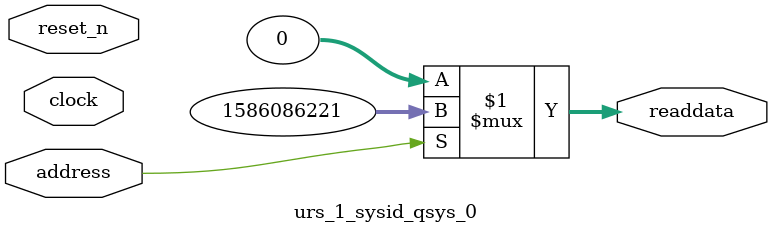
<source format=v>



// synthesis translate_off
`timescale 1ns / 1ps
// synthesis translate_on

// turn off superfluous verilog processor warnings 
// altera message_level Level1 
// altera message_off 10034 10035 10036 10037 10230 10240 10030 

module urs_1_sysid_qsys_0 (
               // inputs:
                address,
                clock,
                reset_n,

               // outputs:
                readdata
             )
;

  output  [ 31: 0] readdata;
  input            address;
  input            clock;
  input            reset_n;

  wire    [ 31: 0] readdata;
  //control_slave, which is an e_avalon_slave
  assign readdata = address ? 1586086221 : 0;

endmodule



</source>
